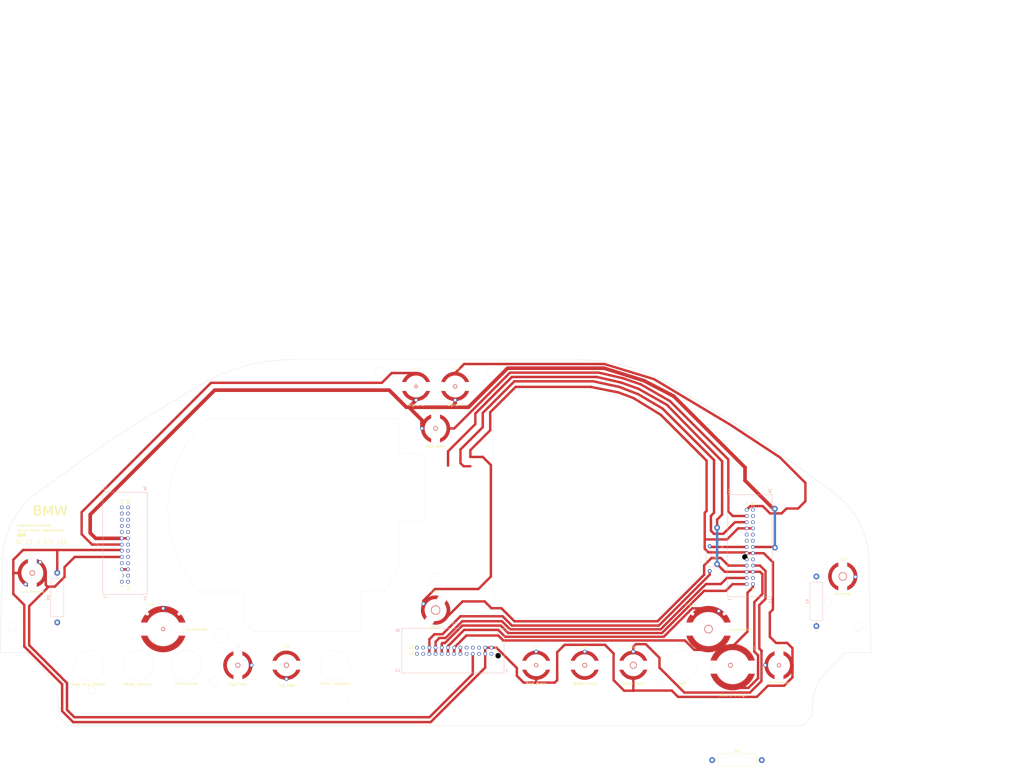
<source format=kicad_pcb>
(kicad_pcb (version 20241229) (generator "pcbnew") (generator_version "9.0")
  (layers (0 "F.Cu" signal) (2 "B.Cu" signal) (13 "F.Paste" user) (15 "B.Paste" user) (5 "F.SilkS" user "F.Silkscreen") (7 "B.SilkS" user "B.Silkscreen") (1 "F.Mask" user) (3 "B.Mask" user) (25 "Edge.Cuts" user))
  (net 0 "")
  (net 3 "Charge_Ind+")
  (net 5 "SI_RST")
  (net 6 "Charge_ind-")
  (net 7 "Fuel_rate_input")
  (net 8 "START")
  (net 9 "Oil_pressure_ind-")
  (net 10 "GNDPWR")
  (net 11 "Eng_temp_sensor")
  (net 12 "Check_Control_ind")
  (net 13 "+12 T30")
  (net 14 "RH_ind")
  (net 16 "Brake_wear_sig+")
  (net 17 "RAW_RPM_input")
  (net 18 "High_beam_ind")
  (net 19 "Overheat_ind-")
  (net 22 "+12 T15")
  (net 25 "Rear_fog_ind+")
  (net 29 "Wheel_spd_input")
  (net 30 "Illum-")
  (net 31 "Fog_ind+")
  (net 33 "Fuel_level")
  (net 34 "Illum+")
  (net 35 "LH_ind")
  (net 36 "Park_brake_ind-")
  (net 37 "+12 T15_ACC")
  (net 38 "Low_Fuel_ind-")
  (net 39 "+5V")
  (net 42 "Brake_wear_sig-")
  (net 43 "Wheel_spd_output")
  (net 45 "Engine_spd_input")
  (net 50 "Brake_wear_ind+")
  (net 51 "Brake_fluid_ind-")
  (net 52 "Net-(U1-Vcc)")
  (net 53 "Net-(U2-Vcc)")
  (footprint "BMW_Connectors:2821MF" (layer "F.Cu") (at 319.786 173.4 -90)
    (property "Reference" "LA13b1")
    (property "Value" "Illumination")
    (fp_line (start -2.2 8.228844) (end -2.20246 6.115486) (stroke (width 0.05)) (layer "Edge.Cuts"))
    (fp_line (start 2.2 8.228844) (end 2.20246 6.115486) (stroke (width 0.05)) (layer "Edge.Cuts"))
    (fp_line (start 2.20246 -6.115486) (end 2.2 -8.228844) (stroke (width 0.05)) (layer "Edge.Cuts"))
    (fp_line (start -2.2 -8.228844) (end -2.20246 -6.115486) (stroke (width 0.05)) (layer "Edge.Cuts"))
    (fp_arc (start 2.2 8.228844) (mid 0 8.517856) (end -2.2 8.228844) (stroke (width 0.05)) (layer "Edge.Cuts"))
    (fp_arc (start -2.20246 6.115486) (mid -6.5 0) (end -2.20246 -6.115486) (stroke (width 0.05)) (layer "Edge.Cuts"))
    (fp_arc (start 2.20246 -6.115486) (mid 6.5 0) (end 2.20246 6.115486) (stroke (width 0.05)) (layer "Edge.Cuts"))
    (fp_arc (start -2.2 -8.228844) (mid 0 -8.517856) (end 2.2 -8.228844) (stroke (width 0.05)) (layer "Edge.Cuts"))
    (fp_poly (pts (xy -13.2 -1.5) (xy -10.2 -1.5) (xy -10.2 1.5) (xy -13.2 1.5)) (stroke (width 0.05)) (fill no) (layer "Edge.Cuts"))
  )
  (footprint "BMW_Connectors:2721MF" (layer "F.Cu") (at 348.7 188.2 90)
    (property "Reference" "LA12")
    (property "Value" "Oil Pressure")
    (fp_line (start 4.026215 -1.5) (end 5.806544 -1.5) (stroke (width 0.05)) (layer "Edge.Cuts"))
    (fp_line (start -4.026215 -1.5) (end -5.806544 -1.5) (stroke (width 0.05)) (layer "Edge.Cuts"))
    (fp_line (start 4.026215 1.5) (end 5.806544 1.5) (stroke (width 0.05)) (layer "Edge.Cuts"))
    (fp_line (start -4.026215 1.5) (end -5.806544 1.5) (stroke (width 0.05)) (layer "Edge.Cuts"))
    (fp_arc (start 5.806544 -1.5) (mid 5.997162 0) (end 5.806544 1.5) (stroke (width 0.05)) (layer "Edge.Cuts"))
    (fp_arc (start -4.026215 -1.5) (mid 0 -4.296558) (end 4.026215 -1.5) (stroke (width 0.05)) (layer "Edge.Cuts"))
    (fp_arc (start 4.026215 1.5) (mid 0 4.296558) (end -4.026215 1.5) (stroke (width 0.05)) (layer "Edge.Cuts"))
    (fp_arc (start -5.806544 1.5) (mid -5.997162 0) (end -5.806544 -1.5) (stroke (width 0.05)) (layer "Edge.Cuts"))
  )
  (footprint "BMW_Connectors:2821MF" (layer "F.Cu") (at 96.4 173.4 -90)
    (property "Reference" "LA13a1")
    (property "Value" "Illumination")
    (fp_line (start -2.2 8.228844) (end -2.20246 6.115486) (stroke (width 0.05)) (layer "Edge.Cuts"))
    (fp_line (start 2.2 8.228844) (end 2.20246 6.115486) (stroke (width 0.05)) (layer "Edge.Cuts"))
    (fp_line (start 2.20246 -6.115486) (end 2.2 -8.228844) (stroke (width 0.05)) (layer "Edge.Cuts"))
    (fp_line (start -2.2 -8.228844) (end -2.20246 -6.115486) (stroke (width 0.05)) (layer "Edge.Cuts"))
    (fp_arc (start 2.2 8.228844) (mid 0 8.517856) (end -2.2 8.228844) (stroke (width 0.05)) (layer "Edge.Cuts"))
    (fp_arc (start -2.20246 6.115486) (mid -6.5 0) (end -2.20246 -6.115486) (stroke (width 0.05)) (layer "Edge.Cuts"))
    (fp_arc (start 2.20246 -6.115486) (mid 6.5 0) (end 2.20246 6.115486) (stroke (width 0.05)) (layer "Edge.Cuts"))
    (fp_arc (start -2.2 -8.228844) (mid 0 -8.517856) (end 2.2 -8.228844) (stroke (width 0.05)) (layer "Edge.Cuts"))
    (fp_poly (pts (xy -13.2 -1.5) (xy -10.2 -1.5) (xy -10.2 1.5) (xy -13.2 1.5)) (stroke (width 0.05)) (fill no) (layer "Edge.Cuts"))
  )
  (footprint "BMW_Connectors:2721MF" (layer "F.Cu") (at 200 74)
    (property "Reference" "LA16")
    (property "Value" "Signal L")
    (fp_line (start -4.026215 -1.5) (end -5.806544 -1.5) (stroke (width 0.05)) (layer "Edge.Cuts"))
    (fp_line (start -4.026215 1.5) (end -5.806544 1.5) (stroke (width 0.05)) (layer "Edge.Cuts"))
    (fp_line (start 4.026215 -1.5) (end 5.806544 -1.5) (stroke (width 0.05)) (layer "Edge.Cuts"))
    (fp_line (start 4.026215 1.5) (end 5.806544 1.5) (stroke (width 0.05)) (layer "Edge.Cuts"))
    (fp_arc (start -5.806544 1.5) (mid -5.997162 0) (end -5.806544 -1.5) (stroke (width 0.05)) (layer "Edge.Cuts"))
    (fp_arc (start -4.026215 -1.5) (mid 0 -4.296558) (end 4.026215 -1.5) (stroke (width 0.05)) (layer "Edge.Cuts"))
    (fp_arc (start 4.026215 1.5) (mid 0 4.296558) (end -4.026215 1.5) (stroke (width 0.05)) (layer "Edge.Cuts"))
    (fp_arc (start 5.806544 -1.5) (mid 5.997162 0) (end 5.806544 1.5) (stroke (width 0.05)) (layer "Edge.Cuts"))
  )
  (footprint "BMW_Connectors:2721MF" (layer "F.Cu") (at 269.1 188.2)
    (property "Reference" "LA8")
    (property "Value" "Brake Lining")
    (fp_line (start -4.026215 -1.5) (end -5.806544 -1.5) (stroke (width 0.05)) (layer "Edge.Cuts"))
    (fp_line (start -4.026215 1.5) (end -5.806544 1.5) (stroke (width 0.05)) (layer "Edge.Cuts"))
    (fp_line (start 4.026215 -1.5) (end 5.806544 -1.5) (stroke (width 0.05)) (layer "Edge.Cuts"))
    (fp_line (start 4.026215 1.5) (end 5.806544 1.5) (stroke (width 0.05)) (layer "Edge.Cuts"))
    (fp_arc (start -5.806544 1.5) (mid -5.997162 0) (end -5.806544 -1.5) (stroke (width 0.05)) (layer "Edge.Cuts"))
    (fp_arc (start -4.026215 -1.5) (mid 0 -4.296558) (end 4.026215 -1.5) (stroke (width 0.05)) (layer "Edge.Cuts"))
    (fp_arc (start 4.026215 1.5) (mid 0 4.296558) (end -4.026215 1.5) (stroke (width 0.05)) (layer "Edge.Cuts"))
    (fp_arc (start 5.806544 -1.5) (mid 5.997162 0) (end 5.806544 1.5) (stroke (width 0.05)) (layer "Edge.Cuts"))
  )
  (footprint "BMW_Connectors:2721MF" (layer "F.Cu") (at 249.2 188.2)
    (property "Reference" "LA7")
    (property "Value" "Park Brake")
    (fp_line (start -4.026215 -1.5) (end -5.806544 -1.5) (stroke (width 0.05)) (layer "Edge.Cuts"))
    (fp_line (start -4.026215 1.5) (end -5.806544 1.5) (stroke (width 0.05)) (layer "Edge.Cuts"))
    (fp_line (start 4.026215 -1.5) (end 5.806544 -1.5) (stroke (width 0.05)) (layer "Edge.Cuts"))
    (fp_line (start 4.026215 1.5) (end 5.806544 1.5) (stroke (width 0.05)) (layer "Edge.Cuts"))
    (fp_arc (start -5.806544 1.5) (mid -5.997162 0) (end -5.806544 -1.5) (stroke (width 0.05)) (layer "Edge.Cuts"))
    (fp_arc (start -4.026215 -1.5) (mid 0 -4.296558) (end 4.026215 -1.5) (stroke (width 0.05)) (layer "Edge.Cuts"))
    (fp_arc (start 4.026215 1.5) (mid 0 4.296558) (end -4.026215 1.5) (stroke (width 0.05)) (layer "Edge.Cuts"))
    (fp_arc (start 5.806544 -1.5) (mid 5.997162 0) (end 5.806544 1.5) (stroke (width 0.05)) (layer "Edge.Cuts"))
  )
  (footprint "BMW_Connectors:2721MF" (layer "F.Cu") (at 289 188.2)
    (property "Reference" "LA9")
    (property "Value" "Brake Fluid")
    (fp_line (start -4.026215 -1.5) (end -5.806544 -1.5) (stroke (width 0.05)) (layer "Edge.Cuts"))
    (fp_line (start -4.026215 1.5) (end -5.806544 1.5) (stroke (width 0.05)) (layer "Edge.Cuts"))
    (fp_line (start 4.026215 -1.5) (end 5.806544 -1.5) (stroke (width 0.05)) (layer "Edge.Cuts"))
    (fp_line (start 4.026215 1.5) (end 5.806544 1.5) (stroke (width 0.05)) (layer "Edge.Cuts"))
    (fp_arc (start -5.806544 1.5) (mid -5.997162 0) (end -5.806544 -1.5) (stroke (width 0.05)) (layer "Edge.Cuts"))
    (fp_arc (start -4.026215 -1.5) (mid 0 -4.296558) (end 4.026215 -1.5) (stroke (width 0.05)) (layer "Edge.Cuts"))
    (fp_arc (start 4.026215 1.5) (mid 0 4.296558) (end -4.026215 1.5) (stroke (width 0.05)) (layer "Edge.Cuts"))
    (fp_arc (start 5.806544 -1.5) (mid 5.997162 0) (end 5.806544 1.5) (stroke (width 0.05)) (layer "Edge.Cuts"))
  )
  (footprint "BMW_Connectors:2721MF" (layer "F.Cu") (at 146.9 188.2)
    (property "Reference" "LA5")
    (property "Value" "Fog Rear")
    (fp_line (start -4.026215 -1.5) (end -5.806544 -1.5) (stroke (width 0.05)) (layer "Edge.Cuts"))
    (fp_line (start -4.026215 1.5) (end -5.806544 1.5) (stroke (width 0.05)) (layer "Edge.Cuts"))
    (fp_line (start 4.026215 -1.5) (end 5.806544 -1.5) (stroke (width 0.05)) (layer "Edge.Cuts"))
    (fp_line (start 4.026215 1.5) (end 5.806544 1.5) (stroke (width 0.05)) (layer "Edge.Cuts"))
    (fp_arc (start -5.806544 1.5) (mid -5.997162 0) (end -5.806544 -1.5) (stroke (width 0.05)) (layer "Edge.Cuts"))
    (fp_arc (start -4.026215 -1.5) (mid 0 -4.296558) (end 4.026215 -1.5) (stroke (width 0.05)) (layer "Edge.Cuts"))
    (fp_arc (start 4.026215 1.5) (mid 0 4.296558) (end -4.026215 1.5) (stroke (width 0.05)) (layer "Edge.Cuts"))
    (fp_arc (start 5.806544 -1.5) (mid 5.997162 0) (end 5.806544 1.5) (stroke (width 0.05)) (layer "Edge.Cuts"))
  )
  (footprint "BMW_Connectors:2721MF" (layer "F.Cu") (at 208 91.2 90)
    (property "Reference" "LA17")
    (property "Value" "High Beam")
    (fp_line (start 4.026215 -1.5) (end 5.806544 -1.5) (stroke (width 0.05)) (layer "Edge.Cuts"))
    (fp_line (start -4.026215 -1.5) (end -5.806544 -1.5) (stroke (width 0.05)) (layer "Edge.Cuts"))
    (fp_line (start 4.026215 1.5) (end 5.806544 1.5) (stroke (width 0.05)) (layer "Edge.Cuts"))
    (fp_line (start -4.026215 1.5) (end -5.806544 1.5) (stroke (width 0.05)) (layer "Edge.Cuts"))
    (fp_arc (start 5.806544 -1.5) (mid 5.997162 0) (end 5.806544 1.5) (stroke (width 0.05)) (layer "Edge.Cuts"))
    (fp_arc (start -4.026215 -1.5) (mid 0 -4.296558) (end 4.026215 -1.5) (stroke (width 0.05)) (layer "Edge.Cuts"))
    (fp_arc (start 4.026215 1.5) (mid 0 4.296558) (end -4.026215 1.5) (stroke (width 0.05)) (layer "Edge.Cuts"))
    (fp_arc (start -5.806544 1.5) (mid -5.997162 0) (end -5.806544 -1.5) (stroke (width 0.05)) (layer "Edge.Cuts"))
  )
  (footprint "BMW_Connectors:2721MF" (layer "F.Cu") (at 127 188.2 90)
    (property "Reference" "LA4")
    (property "Value" "Fog Front")
    (fp_line (start 4.026215 -1.5) (end 5.806544 -1.5) (stroke (width 0.05)) (layer "Edge.Cuts"))
    (fp_line (start -4.026215 -1.5) (end -5.806544 -1.5) (stroke (width 0.05)) (layer "Edge.Cuts"))
    (fp_line (start 4.026215 1.5) (end 5.806544 1.5) (stroke (width 0.05)) (layer "Edge.Cuts"))
    (fp_line (start -4.026215 1.5) (end -5.806544 1.5) (stroke (width 0.05)) (layer "Edge.Cuts"))
    (fp_arc (start 5.806544 -1.5) (mid 5.997162 0) (end 5.806544 1.5) (stroke (width 0.05)) (layer "Edge.Cuts"))
    (fp_arc (start -4.026215 -1.5) (mid 0 -4.296558) (end 4.026215 -1.5) (stroke (width 0.05)) (layer "Edge.Cuts"))
    (fp_arc (start 4.026215 1.5) (mid 0 4.296558) (end -4.026215 1.5) (stroke (width 0.05)) (layer "Edge.Cuts"))
    (fp_arc (start -5.806544 1.5) (mid -5.997162 0) (end -5.806544 -1.5) (stroke (width 0.05)) (layer "Edge.Cuts"))
  )
  (footprint "BMW_Connectors:2821MF" (layer "F.Cu") (at 329.692 188.976 -90)
    (property "Reference" "LA11")
    (property "Value" "Battery Charge")
    (fp_line (start -2.2 8.228844) (end -2.20246 6.115486) (stroke (width 0.05)) (layer "Edge.Cuts"))
    (fp_line (start 2.2 8.228844) (end 2.20246 6.115486) (stroke (width 0.05)) (layer "Edge.Cuts"))
    (fp_line (start 2.20246 -6.115486) (end 2.2 -8.228844) (stroke (width 0.05)) (layer "Edge.Cuts"))
    (fp_line (start -2.2 -8.228844) (end -2.20246 -6.115486) (stroke (width 0.05)) (layer "Edge.Cuts"))
    (fp_arc (start 2.2 8.228844) (mid 0 8.517856) (end -2.2 8.228844) (stroke (width 0.05)) (layer "Edge.Cuts"))
    (fp_arc (start -2.20246 6.115486) (mid -6.5 0) (end -2.20246 -6.115486) (stroke (width 0.05)) (layer "Edge.Cuts"))
    (fp_arc (start 2.20246 -6.115486) (mid 6.5 0) (end 2.20246 6.115486) (stroke (width 0.05)) (layer "Edge.Cuts"))
    (fp_arc (start -2.2 -8.228844) (mid 0 -8.517856) (end 2.2 -8.228844) (stroke (width 0.05)) (layer "Edge.Cuts"))
  )
  (footprint "Resistor_THT:R_Axial_DIN0516_L15.5mm_D5.0mm_P20.32mm_Horizontal" (layer "F.Cu") (at 321.31 227.076)
    (property "Reference" "R4")
    (property "Value" "51R")
  )
  (footprint "BMW_Connectors:2721MF" (layer "F.Cu") (at 208 165.6 60)
    (property "Reference" "LA15")
    (property "Value" "CHECK")
    (fp_line (start -4.026215 -1.500001) (end -5.806544 -1.5) (stroke (width 0.05)) (layer "Edge.Cuts"))
    (fp_line (start -4.026214 1.5) (end -5.806544 1.5) (stroke (width 0.05)) (layer "Edge.Cuts"))
    (fp_line (start 4.026214 -1.5) (end 5.806544 -1.5) (stroke (width 0.05)) (layer "Edge.Cuts"))
    (fp_line (start 4.026215 1.500001) (end 5.806544 1.5) (stroke (width 0.05)) (layer "Edge.Cuts"))
    (fp_arc (start -4.026215 -1.500001) (mid 0 -4.296558) (end 4.026214 -1.5) (stroke (width 0.05)) (layer "Edge.Cuts"))
    (fp_arc (start -5.806544 1.5) (mid -5.997162 0) (end -5.806544 -1.5) (stroke (width 0.05)) (layer "Edge.Cuts"))
    (fp_arc (start 5.806544 -1.5) (mid 5.997162 0) (end 5.806544 1.5) (stroke (width 0.05)) (layer "Edge.Cuts"))
    (fp_arc (start 4.026215 1.500001) (mid 0 4.296558) (end -4.026214 1.5) (stroke (width 0.05)) (layer "Edge.Cuts"))
  )
  (footprint "BMW_Connectors:2721MF" (layer "F.Cu") (at 42.8 150.4 90)
    (property "Reference" "LA14")
    (property "Value" "Fuel Reserve")
    (fp_line (start 4.026215 -1.5) (end 5.806544 -1.5) (stroke (width 0.05)) (layer "Edge.Cuts"))
    (fp_line (start -4.026215 -1.5) (end -5.806544 -1.5) (stroke (width 0.05)) (layer "Edge.Cuts"))
    (fp_line (start 4.026215 1.5) (end 5.806544 1.5) (stroke (width 0.05)) (layer "Edge.Cuts"))
    (fp_line (start -4.026215 1.5) (end -5.806544 1.5) (stroke (width 0.05)) (layer "Edge.Cuts"))
    (fp_arc (start 5.806544 -1.5) (mid 5.997162 0) (end 5.806544 1.5) (stroke (width 0.05)) (layer "Edge.Cuts"))
    (fp_arc (start -4.026215 -1.5) (mid 0 -4.296558) (end 4.026215 -1.5) (stroke (width 0.05)) (layer "Edge.Cuts"))
    (fp_arc (start 4.026215 1.5) (mid 0 4.296558) (end -4.026215 1.5) (stroke (width 0.05)) (layer "Edge.Cuts"))
    (fp_arc (start -5.806544 1.5) (mid -5.997162 0) (end -5.806544 -1.5) (stroke (width 0.05)) (layer "Edge.Cuts"))
  )
  (footprint "BMW_Connectors:2721MF" (layer "F.Cu") (at 216 74)
    (property "Reference" "LA18")
    (property "Value" "Signal R")
    (fp_line (start -4.026215 -1.5) (end -5.806544 -1.5) (stroke (width 0.05)) (layer "Edge.Cuts"))
    (fp_line (start -4.026215 1.5) (end -5.806544 1.5) (stroke (width 0.05)) (layer "Edge.Cuts"))
    (fp_line (start 4.026215 -1.5) (end 5.806544 -1.5) (stroke (width 0.05)) (layer "Edge.Cuts"))
    (fp_line (start 4.026215 1.5) (end 5.806544 1.5) (stroke (width 0.05)) (layer "Edge.Cuts"))
    (fp_arc (start -5.806544 1.5) (mid -5.997162 0) (end -5.806544 -1.5) (stroke (width 0.05)) (layer "Edge.Cuts"))
    (fp_arc (start -4.026215 -1.5) (mid 0 -4.296558) (end 4.026215 -1.5) (stroke (width 0.05)) (layer "Edge.Cuts"))
    (fp_arc (start 4.026215 1.5) (mid 0 4.296558) (end -4.026215 1.5) (stroke (width 0.05)) (layer "Edge.Cuts"))
    (fp_arc (start 5.806544 -1.5) (mid 5.997162 0) (end 5.806544 1.5) (stroke (width 0.05)) (layer "Edge.Cuts"))
  )
  (footprint "BMW_Connectors:2721MF" (layer "F.Cu") (at 374.8 151.8 90)
    (property "Reference" "LA20")
    (property "Value" "Overheat")
    (fp_line (start 4.026215 -1.5) (end 5.806544 -1.5) (stroke (width 0.05)) (layer "Edge.Cuts"))
    (fp_line (start -4.026215 -1.5) (end -5.806544 -1.5) (stroke (width 0.05)) (layer "Edge.Cuts"))
    (fp_line (start 4.026215 1.5) (end 5.806544 1.5) (stroke (width 0.05)) (layer "Edge.Cuts"))
    (fp_line (start -4.026215 1.5) (end -5.806544 1.5) (stroke (width 0.05)) (layer "Edge.Cuts"))
    (fp_arc (start 5.806544 -1.5) (mid 5.997162 0) (end 5.806544 1.5) (stroke (width 0.05)) (layer "Edge.Cuts"))
    (fp_arc (start -4.026215 -1.5) (mid 0 -4.296558) (end 4.026215 -1.5) (stroke (width 0.05)) (layer "Edge.Cuts"))
    (fp_arc (start 4.026215 1.5) (mid 0 4.296558) (end -4.026215 1.5) (stroke (width 0.05)) (layer "Edge.Cuts"))
    (fp_arc (start -5.806544 1.5) (mid -5.997162 0) (end -5.806544 -1.5) (stroke (width 0.05)) (layer "Edge.Cuts"))
  )
  (footprint "BMW_Connectors:TE_827881-2" (layer "B.Cu") (at 80.5 138.76 -90)
    (property "Reference" "J2")
    (property "Value" "C2 - White Connector")
  )
  (footprint "BMW_Connectors:TE_827881-1" (layer "B.Cu") (at 215.62 182.5)
    (property "Reference" "J3")
    (property "Value" "C3 - Yellow Connector")
  )
  (footprint "BMW_Connectors:TE_827881-3" (layer "B.Cu") (at 336.5 139.76 -90)
    (property "Reference" "J1")
    (property "Value" "C1 - Blue Connector")
  )
  (footprint "Resistor_THT:R_Axial_DIN0516_L15.5mm_D5.0mm_P20.32mm_Horizontal" (layer "B.Cu") (at 364 151.84 -90)
    (property "Reference" "R2")
    (property "Value" "68R")
  )
  (footprint "Resistor_THT:R_Axial_DIN0516_L15.5mm_D5.0mm_P20.32mm_Horizontal" (layer "B.Cu") (at 53 150.34 -90)
    (property "Reference" "R3")
    (property "Value" "68R")
  )
  (footprint "Resistor_THT:R_Axial_DIN0207_L6.3mm_D2.5mm_P10.16mm_Horizontal" (layer "B.Cu") (at 320.294 149.606 90)
    (property "Reference" "R1")
    (property "Value" "16k")
  )
  (gr_circle (center 200 74) (end 199.930428 74.617072) (stroke (width 0.2)) (fill no) (layer "F.Cu") (net 37))
  (gr_circle (center 249.2 188.2) (end 249.460428 188.917072) (stroke (width 0.2)) (fill no) (layer "F.Cu"))
  (gr_circle (center 96.4 173.4) (end 97.060428 173.677072) (stroke (width 0.2)) (fill no) (layer "F.Cu"))
  (gr_circle (center 146.9 188.2) (end 147.860428 188.2) (stroke (width 0.2)) (fill no) (layer "F.Cu"))
  (gr_circle (center 127 188.2) (end 127.540428 188.917072) (stroke (width 0.2)) (fill no) (layer "F.Cu"))
  (gr_circle (center 348.7 188.2) (end 348.520428 188.917072) (stroke (width 0.2)) (fill no) (layer "F.Cu"))
  (gr_circle (center 319.8 173.4) (end 319.310428 174.947072) (stroke (width 0.2)) (fill no) (layer "F.Cu") (net 30))
  (gr_circle (center 208 165.6) (end 207.550428 167.327072) (stroke (width 0.2)) (fill no) (layer "F.Cu"))
  (gr_circle (center 42.8 150.4) (end 43.720428 150.817072) (stroke (width 0.2)) (fill no) (layer "F.Cu"))
  (gr_circle (center 269.1 188.2) (end 269.780428 187.647072) (stroke (width 0.2)) (fill no) (layer "F.Cu"))
  (gr_circle (center 208 91.2) (end 208.820428 91.127072) (stroke (width 0.2)) (fill no) (layer "F.Cu"))
  (gr_circle (center 216 74) (end 216.440428 74.617072) (stroke (width 0.2)) (fill no) (layer "F.Cu") (net 30))
  (gr_circle (center 289 188.2) (end 290.100428 188.917072) (stroke (width 0.2)) (fill no) (layer "F.Cu"))
  (gr_circle (center 374.8 151.8) (end 375.190428 153.357072) (stroke (width 0.2)) (fill no) (layer "F.Cu"))
  (gr_circle (center 328.8 188.2) (end 329.470428 187.647072) (stroke (width 0.2)) (fill no) (layer "F.Cu"))
  (gr_line (start 362.4 204.684271) (end 362.4 209) (stroke (width 0.1)) (layer "Edge.Cuts"))
  (gr_line (start 113.186375 72.489028) (end 92.582938 84.753901) (stroke (width 0.1)) (layer "Edge.Cuts"))
  (gr_arc (start 269.24 75.692) (mid 286.314891 79.411647) (end 300.99 88.9) (stroke (width 0.05)) (layer "Edge.Cuts"))
  (gr_circle (center 47.2 162.4) (end 47.2 160.8) (stroke (width 0.05)) (fill no) (layer "Edge.Cuts"))
  (gr_arc (start 47.742136 190.542136) (mid 52.07758 197.030607) (end 53.6 204.684271) (stroke (width 0.1)) (layer "Edge.Cuts"))
  (gr_line (start 133.35 174.244) (end 129.2 170.2) (stroke (width 0.05)) (layer "Edge.Cuts"))
  (gr_line (start 385.429866 144.803316) (end 386.4 183) (stroke (width 0.1)) (layer "Edge.Cuts"))
  (gr_arc (start 113.186375 72.489028) (mid 130.981144 65.37003) (end 150 63) (stroke (width 0.1)) (layer "Edge.Cuts"))
  (gr_circle (center 381.2 172.4) (end 381.2 170.4) (stroke (width 0.05)) (fill no) (layer "Edge.Cuts"))
  (gr_circle (center 117.05 194.8) (end 117.05 192.8) (stroke (width 0.05)) (fill no) (layer "Edge.Cuts"))
  (gr_arc (start 362.4 204.684271) (mid 363.922417 197.030605) (end 368.257864 190.542136) (stroke (width 0.1)) (layer "Edge.Cuts"))
  (gr_line (start 177.292 157.988) (end 177.292 174.244) (stroke (width 0.05)) (layer "Edge.Cuts"))
  (gr_circle (center 106 188.2) (end 112.2 188.2) (stroke (width 0.05)) (fill no) (layer "Edge.Cuts"))
  (gr_line (start 177.292 157.988) (end 187.198 157.988) (stroke (width 0.05)) (layer "Edge.Cuts"))
  (gr_line (start 193.2 147.8) (end 187.198 157.988) (stroke (width 0.05)) (layer "Edge.Cuts"))
  (gr_line (start 386.4 183) (end 375.8 183) (stroke (width 0.1)) (layer "Edge.Cuts"))
  (gr_line (start 53.6 209) (end 53.6 204.684271) (stroke (width 0.1)) (layer "Edge.Cuts"))
  (gr_circle (center 324.8 92.6) (end 324.8 90.6) (stroke (width 0.05)) (fill no) (layer "Edge.Cuts"))
  (gr_circle (center 67.3 198.482246) (end 67.3 196.882246) (stroke (width 0.05)) (fill no) (layer "Edge.Cuts"))
  (gr_line (start 231.648 159.661) (end 240.851223 168.91) (stroke (width 0.05)) (layer "Edge.Cuts"))
  (gr_line (start 362.4 209) (end 358.4 213) (stroke (width 0.1)) (layer "Edge.Cuts"))
  (gr_line (start 316.484 104.394) (end 300.99 88.9) (stroke (width 0.05)) (layer "Edge.Cuts"))
  (gr_arc (start 30.570134 144.803316) (mid 34.435602 129.683118) (end 44.489178 117.74629) (stroke (width 0.1)) (layer "Edge.Cuts"))
  (gr_line (start 269.239986 75.692) (end 241.046 75.692) (stroke (width 0.05)) (layer "Edge.Cuts"))
  (gr_line (start 193.2 129.4) (end 193.2 147.8) (stroke (width 0.05)) (layer "Edge.Cuts"))
  (gr_line (start 129.2 158.2) (end 129.2 170.2) (stroke (width 0.05)) (layer "Edge.Cuts"))
  (gr_arc (start 201.8 101.6) (mid 203.214214 102.185786) (end 203.8 103.6) (stroke (width 0.05)) (layer "Edge.Cuts"))
  (gr_line (start 150 63.000001) (end 266 63) (stroke (width 0.05)) (layer "Edge.Cuts"))
  (gr_circle (center 66 188.2) (end 72.2 188.2) (stroke (width 0.05)) (fill no) (layer "Edge.Cuts"))
  (gr_line (start 375.8 183) (end 368.257864 190.542136) (stroke (width 0.1)) (layer "Edge.Cuts"))
  (gr_line (start 64.213692 103.48415) (end 44.489178 117.74629) (stroke (width 0.1)) (layer "Edge.Cuts"))
  (gr_circle (center 308.9 188.2) (end 315.1 188.2) (stroke (width 0.05)) (fill no) (layer "Edge.Cuts"))
  (gr_line (start 29.6 183) (end 40.2 183) (stroke (width 0.1)) (layer "Edge.Cuts"))
  (gr_circle (center 166.8 188.2) (end 173 188.2) (stroke (width 0.05)) (fill no) (layer "Edge.Cuts"))
  (gr_line (start 30.570134 144.803316) (end 29.6 183) (stroke (width 0.1)) (layer "Edge.Cuts"))
  (gr_line (start 57.6 213) (end 358.4 213) (stroke (width 0.1)) (layer "Edge.Cuts"))
  (gr_arc (start 266 63) (mid 285.018855 65.370033) (end 302.813625 72.489028) (stroke (width 0.1)) (layer "Edge.Cuts"))
  (gr_circle (center 185 67.8) (end 185 65.8) (stroke (width 0.05)) (fill no) (layer "Edge.Cuts"))
  (gr_circle (center 231 67.8) (end 231 65.8) (stroke (width 0.05)) (fill no) (layer "Edge.Cuts"))
  (gr_circle (center 86 188.2) (end 92.2 188.2) (stroke (width 0.05)) (fill no) (layer "Edge.Cuts"))
  (gr_circle (center 34.8 172.4) (end 34.8 170.4) (stroke (width 0.05)) (fill no) (layer "Edge.Cuts"))
  (gr_arc (start 323.417062 84.753901) (mid 337.800752 93.817514) (end 351.786308 103.48415) (stroke (width 0.1)) (layer "Edge.Cuts"))
  (gr_line (start 193.4 89) (end 193.4 101.6) (stroke (width 0.05)) (layer "Edge.Cuts"))
  (gr_arc (start 203.8 127.4) (mid 203.214225 128.814241) (end 201.8 129.4) (stroke (width 0.05)) (layer "Edge.Cuts"))
  (gr_circle (center 170.4 201.2) (end 170.4 199.2) (stroke (width 0.05)) (fill no) (layer "Edge.Cuts"))
  (gr_line (start 193.4 101.6) (end 201.8 101.6) (stroke (width 0.05)) (layer "Edge.Cuts"))
  (gr_line (start 298.704 168.91) (end 316.484 151.13) (stroke (width 0.05)) (layer "Edge.Cuts"))
  (gr_line (start 231.648 159.661) (end 231.648 85.09) (stroke (width 0.05)) (layer "Edge.Cuts"))
  (gr_line (start 351.786308 103.48415) (end 371.510822 117.74629) (stroke (width 0.1)) (layer "Edge.Cuts"))
  (gr_arc (start 371.510822 117.74629) (mid 381.56439 129.68312) (end 385.429866 144.803316) (stroke (width 0.1)) (layer "Edge.Cuts"))
  (gr_arc (start 64.213692 103.48415) (mid 78.199249 93.817516) (end 92.582938 84.753901) (stroke (width 0.1)) (layer "Edge.Cuts"))
  (gr_line (start 203.8 103.6) (end 203.8 127.4) (stroke (width 0.05)) (layer "Edge.Cuts"))
  (gr_circle (center 368.8 162.4) (end 368.8 160.8) (stroke (width 0.05)) (fill no) (layer "Edge.Cuts"))
  (gr_circle (center 91.2 92.6) (end 91.2 90.6) (stroke (width 0.05)) (fill no) (layer "Edge.Cuts"))
  (gr_line (start 240.851223 168.91) (end 298.704 168.91) (stroke (width 0.05)) (layer "Edge.Cuts"))
  (gr_line (start 201.8 129.4) (end 193.2 129.4) (stroke (width 0.05)) (layer "Edge.Cuts"))
  (gr_circle (center 120 176.2) (end 120 173.2) (stroke (width 0.05)) (fill no) (layer "Edge.Cuts"))
  (gr_line (start 316.484 151.13) (end 316.484 104.394) (stroke (width 0.05)) (layer "Edge.Cuts"))
  (gr_line (start 191.4 87) (end 114.73328 87) (stroke (width 0.05)) (layer "Edge.Cuts"))
  (gr_line (start 177.292 174.244) (end 133.35 174.244) (stroke (width 0.05)) (layer "Edge.Cuts"))
  (gr_arc (start 191.4 87) (mid 192.814207 87.585794) (end 193.4 89) (stroke (width 0.05)) (layer "Edge.Cuts"))
  (gr_line (start 53.6 209) (end 57.6 213) (stroke (width 0.1)) (layer "Edge.Cuts"))
  (gr_line (start 241.046 75.692) (end 231.648 85.09) (stroke (width 0.05)) (layer "Edge.Cuts"))
  (gr_circle (center 208 152.2) (end 208 150.2) (stroke (width 0.05)) (fill no) (layer "Edge.Cuts"))
  (gr_line (start 40.2 183) (end 47.742136 190.542136) (stroke (width 0.1)) (layer "Edge.Cuts"))
  (gr_line (start 302.813625 72.489028) (end 323.417062 84.753901) (stroke (width 0.1)) (layer "Edge.Cuts"))
  (gr_arc (start 111.4 158.2) (mid 98.417726 121.9142) (end 114.73328 87) (stroke (width 0.05)) (layer "Edge.Cuts"))
  (gr_circle (center 298.95 194.8) (end 298.95 192.8) (stroke (width 0.05)) (fill no) (layer "Edge.Cuts"))
  (gr_circle (center 245.6 201.2) (end 245.6 199.2) (stroke (width 0.05)) (fill no) (layer "Edge.Cuts"))
  (gr_line (start 129.2 158.2) (end 111.4 158.2) (stroke (width 0.05)) (layer "Edge.Cuts"))
  (gr_text "Nexus board replacement" (at 36.5 133.5 0) (layer "F.SilkS") (effects (font (size 1 1)) (justify left bottom)))
  (gr_text "ABS" (at 309 195.7 0) (layer "F.SilkS") (effects (font (size 1 1) (thickness 0.15) (bold yes))))
  (gr_text "E 30" (at 36.5 135.5 0) (layer "F.SilkS" knockout) (effects (font (size 1 1)) (justify left bottom)))
  (gr_text "Transmission" (at 106 195.7 0) (layer "F.SilkS") (effects (font (size 1 1) (thickness 0.15) (bold yes))))
  (gr_text "Glow plug [Diesel]" (at 66 196 0) (layer "F.SilkS") (effects (font (size 1 1) (thickness 0.15) (bold yes))))
  (gr_text "Trailer indicators" (at 166.8 195.7 0) (layer "F.SilkS") (effects (font (size 1 1) (thickness 0.15) (bold yes))))
  (gr_text "62 11-1 372 255" (at 36 138.5 0) (layer "F.SilkS") (effects (font (size 1.5 1.5)) (justify left bottom)))
  (gr_text "Ready [Diesel]" (at 86 196 0) (layer "F.SilkS") (effects (font (size 1 1) (thickness 0.15) (bold yes))))
  (gr_text "Instrument cluster" (at 36.5 131.5 0) (layer "F.SilkS") (effects (font (size 1 1)) (justify left bottom)))
  (gr_text "BMW" (at 43 127.5 0) (layer "F.SilkS") (effects (font (size 4 4) (thickness 0.1)) (justify left bottom)))
  (segment (start 338 156.284) (end 335.788 158.496) (width 1) (layer "F.Cu") (net 3))
  (segment (start 335.788 158.496) (end 335.788 174.38) (width 1) (layer "F.Cu") (net 3))
  (segment (start 335.788 174.38) (end 329.692 180.476) (width 1) (layer "F.Cu") (net 3))
  (segment (start 338 155) (end 338 156.284) (width 1) (layer "F.Cu") (net 3))
  (segment (start 291.084 74.93) (end 283.972 72.39) (width 1) (layer "F.Cu") (net 6))
  (segment (start 338 149.92) (end 335.46 149.92) (width 1) (layer "F.Cu") (net 6))
  (segment (start 224.282 89.154) (end 224.282 89.408) (width 1) (layer "F.Cu") (net 6))
  (segment (start 224.282 85.09) (end 224.282 89.154) (width 1) (layer "F.Cu") (net 6))
  (segment (start 213.106 100.584) (end 213.106 106.426) (width 1) (layer "F.Cu") (net 6))
  (segment (start 224.536 84.836) (end 224.282 85.09) (width 1) (layer "F.Cu") (net 6))
  (segment (start 340.928 149.92) (end 341.884 150.876) (width 1) (layer "F.Cu") (net 6))
  (segment (start 340.106 184.15) (end 340.106 193.548) (width 1) (layer "F.Cu") (net 6))
  (segment (start 326.45 149.92) (end 323.342 146.812) (width 1) (layer "F.Cu") (net 6))
  (segment (start 274.066 70.104) (end 239.268 70.104) (width 1) (layer "F.Cu") (net 6))
  (segment (start 340.106 193.548) (end 336.178 197.476) (width 1) (layer "F.Cu") (net 6))
  (segment (start 302.768 81.534) (end 291.084 74.93) (width 1) (layer "F.Cu") (net 6))
  (segment (start 325.374 126.492) (end 325.374 104.648) (width 1) (layer "F.Cu") (net 6))
  (segment (start 338.582 182.626) (end 340.106 184.15) (width 1) (layer "F.Cu") (net 6))
  (segment (start 338 149.92) (end 340.928 149.92) (width 1) (layer "F.Cu") (net 6))
  (segment (start 283.972 72.39) (end 274.066 70.104) (width 1) (layer "F.Cu") (net 6))
  (segment (start 325.374 104.648) (end 302.768 81.534) (width 1) (layer "F.Cu") (net 6))
  (segment (start 335.46 149.92) (end 326.45 149.92) (width 1) (layer "F.Cu") (net 6))
  (segment (start 213.36 100.33) (end 213.106 100.584) (width 1) (layer "F.Cu") (net 6))
  (segment (start 323.342 131.826) (end 323.342 128.524) (width 1) (layer "F.Cu") (net 6))
  (segment (start 224.282 89.408) (end 213.36 100.33) (width 1) (layer "F.Cu") (net 6))
  (segment (start 338.582 162.306) (end 338.582 182.626) (width 1) (layer "F.Cu") (net 6))
  (segment (start 323.342 128.524) (end 325.374 126.492) (width 1) (layer "F.Cu") (net 6))
  (segment (start 341.884 159.004) (end 338.582 162.306) (width 1) (layer "F.Cu") (net 6))
  (segment (start 341.884 150.876) (end 341.884 159.004) (width 1) (layer "F.Cu") (net 6))
  (segment (start 336.178 197.476) (end 329.692 197.476) (width 1) (layer "F.Cu") (net 6))
  (segment (start 239.268 70.104) (end 224.536 84.836) (width 1) (layer "F.Cu") (net 6))
  (via (at 323.342 146.812) (size 2.4) (drill 1.2) (layers "F.Cu" "B.Cu") (net 6))
  (via (at 323.342 131.826) (size 2.4) (drill 1.2) (layers "F.Cu" "B.Cu") (net 6))
  (segment (start 323.342 146.812) (end 323.342 131.826) (width 1) (layer "B.Cu") (net 6))
  (segment (start 320.802 127) (end 322.072 125.73) (width 1) (layer "F.Cu") (net 7))
  (segment (start 322.072 125.73) (end 322.072 104.14) (width 1) (layer "F.Cu") (net 7))
  (segment (start 227.33 90.678) (end 218.186 99.822) (width 1) (layer "F.Cu") (net 7))
  (segment (start 335.46 129.6) (end 330.648 129.6) (width 1) (layer "F.Cu") (net 7))
  (segment (start 291.084 77.216) (end 283.21 74.168) (width 1) (layer "F.Cu") (net 7))
  (segment (start 325.882 134.366) (end 322.072 134.366) (width 1) (layer "F.Cu") (net 7))
  (segment (start 300.99 83.058) (end 291.084 77.216) (width 1) (layer "F.Cu") (net 7))
  (segment (start 272.542 71.882) (end 240.284 71.882) (width 1) (layer "F.Cu") (net 7))
  (segment (start 330.648 129.6) (end 325.882 134.366) (width 1) (layer "F.Cu") (net 7))
  (segment (start 283.21 74.168) (end 272.542 71.882) (width 1) (layer "F.Cu") (net 7))
  (segment (start 322.072 134.366) (end 320.802 133.096) (width 1) (layer "F.Cu") (net 7))
  (segment (start 219.456 106.68) (end 222.25 106.68) (width 1) (layer "F.Cu") (net 7))
  (segment (start 320.802 133.096) (end 320.802 127) (width 1) (layer "F.Cu") (net 7))
  (segment (start 218.186 99.822) (end 218.186 105.41) (width 1) (layer "F.Cu") (net 7))
  (segment (start 218.186 105.41) (end 219.456 106.68) (width 1) (layer "F.Cu") (net 7))
  (segment (start 240.284 71.882) (end 227.33 84.836) (width 1) (layer "F.Cu") (net 7))
  (segment (start 227.33 84.836) (end 227.33 90.678) (width 1) (layer "F.Cu") (net 7))
  (segment (start 322.072 104.14) (end 300.99 83.058) (width 1) (layer "F.Cu") (net 7))
  (segment (start 210.54 183.54) (end 210.54 181) (width 1) (layer "F.Cu") (net 8))
  (segment (start 237.744 175.006) (end 234.696 171.958) (width 1) (layer "F.Cu") (net 8))
  (segment (start 211.836 179.07) (end 210.82 179.07) (width 1) (layer "F.Cu") (net 8))
  (segment (start 218.948 171.958) (end 211.836 179.07) (width 1) (layer "F.Cu") (net 8))
  (segment (start 326.898 157.734) (end 318.008 157.734) (width 1) (layer "F.Cu") (net 8))
  (segment (start 318.008 157.734) (end 300.736 175.006) (width 1) (layer "F.Cu") (net 8))
  (segment (start 210.54 179.35) (end 210.54 181) (width 1) (layer "F.Cu") (net 8))
  (segment (start 300.736 175.006) (end 237.744 175.006) (width 1) (layer "F.Cu") (net 8))
  (segment (start 210.82 179.07) (end 210.54 179.35) (width 1) (layer "F.Cu") (net 8))
  (segment (start 335.46 155) (end 329.632 155) (width 1) (layer "F.Cu") (net 8))
  (segment (start 234.696 171.958) (end 218.948 171.958) (width 1) (layer "F.Cu") (net 8))
  (segment (start 329.632 155) (end 326.898 157.734) (width 1) (layer "F.Cu") (net 8))
  (via blind (at 343 188.196644) (size 1.6) (drill 1) (layers "F.Cu" "B.Cu") (net 9))
  (segment (start 334.772 107.169609) (end 313.5 85.897609) (width 1.5) (layer "F.Cu") (net 10))
  (segment (start 338 139.76) (end 346.76 139.76) (width 1) (layer "F.Cu") (net 10))
  (segment (start 215.996644 81.003356) (end 214.5 82.5) (width 1.5) (layer "F.Cu") (net 10))
  (segment (start 202.432762 91.164737) (end 202.432762 87.836973) (width 1.5) (layer "F.Cu") (net 10))
  (segment (start 346.76 139.76) (end 347 140) (width 1) (layer "F.Cu") (net 10))
  (segment (start 221.5 82.5) (end 214.5 82.5) (width 1.5) (layer "F.Cu") (net 10))
  (segment (start 202.432762 87.836973) (end 197.095789 82.5) (width 1.5) (layer "F.Cu") (net 10))
  (segment (start 196 82.5) (end 197.095789 82.5) (width 1.5) (layer "F.Cu") (net 10))
  (segment (start 305.562 77.978) (end 293.37 71.628) (width 1.5) (layer "F.Cu") (net 10))
  (segment (start 347 124.1) (end 346.35 124.1) (width 1.5) (layer "F.Cu") (net 10))
  (segment (start 346.35 124.1) (end 334.772 112.522) (width 1.5) (layer "F.Cu") (net 10))
  (segment (start 202.400855 91.196644) (end 202.432762 91.164737) (width 1.5) (layer "F.Cu") (net 10))
  (segment (start 79.46 136.22) (end 68.72 136.22) (width 1.5) (layer "F.Cu") (net 10))
  (segment (start 197.095789 82.5) (end 199.996644 79.599145) (width 1.5) (layer "F.Cu") (net 10))
  (segment (start 82 148.92) (end 79.46 148.92) (width 1) (layer "F.Cu") (net 10))
  (segment (start 215.996644 79.599145) (end 215.996644 81.003356) (width 1.5) (layer "F.Cu") (net 10))
  (segment (start 313.5 85.897609) (end 305.562 77.978) (width 1.5) (layer "F.Cu") (net 10))
  (segment (start 82 136.22) (end 79.46 136.22) (width 1) (layer "F.Cu") (net 10))
  (segment (start 189 75.5) (end 196 82.5) (width 1.5) (layer "F.Cu") (net 10))
  (segment (start 237.5 66.5) (end 221.5 82.5) (width 1.5) (layer "F.Cu") (net 10))
  (segment (start 293.37 71.628) (end 277 66.5) (width 1.5) (layer "F.Cu") (net 10))
  (segment (start 68.72 136.22) (end 66.5 134) (width 1.5) (layer "F.Cu") (net 10))
  (segment (start 117.5 75.5) (end 189 75.5) (width 1.5) (layer "F.Cu") (net 10))
  (segment (start 214.5 82.5) (end 197.095789 82.5) (width 1.5) (layer "F.Cu") (net 10))
  (segment (start 277 66.5) (end 237.5 66.5) (width 1.5) (layer "F.Cu") (net 10))
  (segment (start 334.772 112.522) (end 334.772 107.169609) (width 1.5) (layer "F.Cu") (net 10))
  (segment (start 66.5 126.5) (end 117.5 75.5) (width 1.5) (layer "F.Cu") (net 10))
  (segment (start 66.5 134) (end 66.5 126.5) (width 1.5) (layer "F.Cu") (net 10))
  (via blind (at 132.599145 188.203356) (size 1.6) (drill 1) (layers "F.Cu" "B.Cu") (net 10))
  (via blind (at 215.996644 79.599145) (size 1.6) (drill 1) (layers "F.Cu" "B.Cu") (net 10))
  (via blind (at 202.400855 91.196644) (size 1.6) (drill 1) (layers "F.Cu" "B.Cu") (net 10))
  (via blind (at 199.996644 79.599145) (size 1.6) (drill 1) (layers "F.Cu" "B.Cu") (net 10))
  (via (at 347 140) (size 2.4) (drill 1.2) (layers "F.Cu" "B.Cu") (net 10))
  (via (at 347 124.1) (size 2.4) (drill 1.2) (layers "F.Cu" "B.Cu") (net 10))
  (via blind (at 269.103356 182.600855) (size 1.6) (drill 1) (layers "F.Cu" "B.Cu") (net 10))
  (segment (start 347 140) (end 347 124.1) (width 1) (layer "B.Cu") (net 10))
  (segment (start 298.958 170.18) (end 240.284 170.18) (width 1) (layer "F.Cu") (net 12))
  (segment (start 321.056 144.272) (end 318.008 147.32) (width 1) (layer "F.Cu") (net 12))
  (segment (start 219.06114 162.052) (end 212.76314 168.35) (width 1) (layer "F.Cu") (net 12))
  (segment (start 228.092 162.052) (end 219.06114 162.052) (width 1) (layer "F.Cu") (net 12))
  (segment (start 230.886 164.846) (end 228.092 162.052) (width 1) (layer "F.Cu") (net 12))
  (segment (start 318.008 151.13) (end 298.958 170.18) (width 1) (layer "F.Cu") (net 12))
  (segment (start 234.95 164.846) (end 230.886 164.846) (width 1) (layer "F.Cu") (net 12))
  (segment (start 327.974 147.38) (end 324.866 144.272) (width 1) (layer "F.Cu") (net 12))
  (segment (start 240.284 170.18) (end 234.95 164.846) (width 1) (layer "F.Cu") (net 12))
  (segment (start 335.46 147.38) (end 327.974 147.38) (width 1) (layer "F.Cu") (net 12))
  (segment (start 318.008 147.32) (end 318.008 151.13) (width 1) (layer "F.Cu") (net 12))
  (segment (start 324.866 144.272) (end 321.056 144.272) (width 1) (layer "F.Cu") (net 12))
  (segment (start 235.204 170.18) (end 218.948 170.18) (width 1) (layer "F.Cu") (net 13))
  (segment (start 218.948 170.18) (end 212.09 177.038) (width 1) (layer "F.Cu") (net 13))
  (segment (start 327.346 152.46) (end 324.866 154.94) (width 1) (layer "F.Cu") (net 13))
  (segment (start 238.506 173.482) (end 235.204 170.18) (width 1) (layer "F.Cu") (net 13))
  (segment (start 208 178.588) (end 208 181) (width 1) (layer "F.Cu") (net 13))
  (segment (start 300.228 173.482) (end 238.506 173.482) (width 1) (layer "F.Cu") (net 13))
  (segment (start 209.55 177.038) (end 208 178.588) (width 1) (layer "F.Cu") (net 13))
  (segment (start 208 183.54) (end 208 181) (width 1) (layer "F.Cu") (net 13))
  (segment (start 324.866 154.94) (end 318.77 154.94) (width 1) (layer "F.Cu") (net 13))
  (segment (start 335.46 152.46) (end 327.346 152.46) (width 1) (layer "F.Cu") (net 13))
  (segment (start 318.77 154.94) (end 300.228 173.482) (width 1) (layer "F.Cu") (net 13))
  (segment (start 212.09 177.038) (end 209.55 177.038) (width 1) (layer "F.Cu") (net 13))
  (segment (start 356.5 124) (end 351.75 124) (width 1) (layer "F.Cu") (net 14))
  (segment (start 219.701 64.799) (end 277.08364 64.799) (width 1) (layer "F.Cu") (net 14))
  (segment (start 345 126) (end 342 123) (width 1) (layer "F.Cu") (net 14))
  (segment (start 336.98 123) (end 335.46 124.52) (width 1) (layer "F.Cu") (net 14))
  (segment (start 342 123) (end 336.98 123) (width 1) (layer "F.Cu") (net 14))
  (segment (start 349 103) (end 359.5 113.5) (width 1) (layer "F.Cu") (net 14))
  (segment (start 359.5 113.5) (end 359.5 121) (width 1) (layer "F.Cu") (net 14))
  (segment (start 216 68.5) (end 219.701 64.799) (width 1) (layer "F.Cu") (net 14))
  (segment (start 297.5 71) (end 328.599 89.599) (width 1) (layer "F.Cu") (net 14))
  (segment (start 349.75 126) (end 345 126) (width 1) (layer "F.Cu") (net 14))
  (segment (start 328.599 89.599) (end 349 103) (width 1) (layer "F.Cu") (net 14))
  (segment (start 277.08364 64.799) (end 297.5 71) (width 1) (layer "F.Cu") (net 14))
  (segment (start 359.5 121) (end 356.5 124) (width 1) (layer "F.Cu") (net 14))
  (segment (start 351.75 124) (end 349.75 126) (width 1) (layer "F.Cu") (net 14))
  (segment (start 335.46 139.76) (end 320.608 139.76) (width 1) (layer "F.Cu") (net 17))
  (segment (start 320.608 139.76) (end 320.294 139.446) (width 1) (layer "F.Cu") (net 17))
  (segment (start 213.5 91.2) (end 215.632 91.2) (width 1) (layer "F.Cu") (net 18))
  (segment (start 238.506 68.326) (end 274.828 68.326) (width 1) (layer "F.Cu") (net 18))
  (segment (start 335.46 127.06) (end 335.4 127) (width 0.5) (layer "F.Cu") (net 18))
  (segment (start 327.914 103.886) (end 327.914 125.222) (width 1) (layer "F.Cu") (net 18))
  (segment (start 304.038 80.01) (end 327.914 103.886) (width 1) (layer "F.Cu") (net 18))
  (segment (start 284.734 70.612) (end 292.1 73.152) (width 1) (layer "F.Cu") (net 18))
  (segment (start 329.752 127.06) (end 335.46 127.06) (width 1) (layer "F.Cu") (net 18))
  (segment (start 274.828 68.326) (end 284.734 70.612) (width 1) (layer "F.Cu") (net 18))
  (segment (start 327.914 125.222) (end 329.752 127.06) (width 1) (layer "F.Cu") (net 18))
  (segment (start 292.1 73.152) (end 304.038 80.01) (width 1) (layer "F.Cu") (net 18))
  (segment (start 215.632 91.2) (end 238.506 68.326) (width 1) (layer "F.Cu") (net 18))
  (via blind (at 380 152) (size 1.6) (drill 1) (layers "F.Cu" "B.Cu") (net 19))
  (segment (start 380.100499 151.899501) (end 380.095389 152.004636) (width 1) (layer "B.Cu") (net 19))
  (segment (start 256.794 195.326) (end 248.92 195.326) (width 1) (layer "F.Cu") (net 22))
  (segment (start 35 159) (end 35 150.5) (width 1) (layer "F.Cu") (net 22))
  (segment (start 230.647 151.877) (end 230.647 106.187) (width 1) (layer "F.Cu") (net 22))
  (segment (start 344.932 176.53) (end 344.932 166.624) (width 1) (layer "F.Cu") (net 22))
  (segment (start 285.242 198.628) (end 281.432 194.818) (width 1) (layer "F.Cu") (net 22))
  (segment (start 277.368 179.832) (end 260.858 179.832) (width 1) (layer "F.Cu") (net 22))
  (segment (start 346.202 146.05) (end 342.452 142.3) (width 1) (layer "F.Cu") (net 22))
  (segment (start 335.764639 142.3) (end 335.612319 142.14768) (width 1) (layer "F.Cu") (net 22))
  (segment (start 318.262 136.652) (end 318.262 140.462) (width 1) (layer "F.Cu") (net 22))
  (segment (start 347.472 179.07) (end 344.932 176.53) (width 1) (layer "F.Cu") (net 22))
  (segment (start 342.452 142.3) (end 338 142.3) (width 1) (layer "F.Cu") (net 22))
  (segment (start 39.5 163.5) (end 35 159) (width 1) (layer "F.Cu") (net 22))
  (segment (start 281.432 194.818) (end 280.924 194.31) (width 1) (layer "F.Cu") (net 22))
  (segment (start 55 196) (end 39.5 180.5) (width 1) (layer "F.Cu") (net 22))
  (segment (start 335.46 142.3) (end 335.146 141.986) (width 0.5) (layer "F.Cu") (net 22))
  (segment (start 228.32 183.54) (end 228.32 189.18) (width 1) (layer "F.Cu") (net 22))
  (segment (start 280.924 194.31) (end 280.924 183.642) (width 1) (layer "F.Cu") (net 22))
  (segment (start 257.81 182.88) (end 257.81 193.802) (width 1) (layer "F.Cu") (net 22))
  (segment (start 228.32 181) (end 230.86 181) (width 1) (layer "F.Cu") (net 22))
  (segment (start 257.81 193.802) (end 257.81 194.31) (width 1) (layer "F.Cu") (net 22))
  (segment (start 206 211.5) (end 59.5 211.5) (width 1) (layer "F.Cu") (net 22))
  (segment (start 39 141) (end 35 145) (width 1) (layer "F.Cu") (net 22))
  (segment (start 280.924 183.388) (end 277.368 179.832) (width 1) (layer "F.Cu") (net 22))
  (segment (start 241.3 189.355361) (end 232.944639 181) (width 1) (layer "F.Cu") (net 22))
  (segment (start 39.5 180.5) (end 39.5 163.5) (width 1) (layer "F.Cu") (net 22))
  (segment (start 304.748 198.576) (end 307.34 201.168) (width 1) (layer "F.Cu") (net 22))
  (segment (start 53 150.34) (end 53 141) (width 1) (layer "F.Cu") (net 22))
  (segment (start 344.17 196.596) (end 350.774 196.596) (width 1) (layer "F.Cu") (net 22))
  (segment (start 203 161.744) (end 207.772 156.972) (width 1) (layer "F.Cu") (net 22))
  (segment (start 222.25 102.87) (end 222.25 100.076) (width 1) (layer "F.Cu") (net 22))
  (segment (start 319.786 141.986) (end 335.450639 141.986) (width 1) (layer "F.Cu") (net 22))
  (segment (start 230.378 84.582) (end 240.792 74.168) (width 1) (layer "F.Cu") (net 22))
  (segment (start 257.81 194.31) (end 256.794 195.326) (width 1) (layer "F.Cu") (net 22))
  (segment (start 354.2 181.226) (end 352.044 179.07) (width 1) (layer "F.Cu") (net 22))
  (segment (start 241.3 192.532) (end 241.3 189.355361) (width 1) (layer "F.Cu") (net 22))
  (segment (start 318.262 125.73) (end 318.262 136.652) (width 1) (layer "F.Cu") (net 22))
  (segment (start 280.924 183.642) (end 280.924 183.388) (width 1) (layer "F.Cu") (net 22))
  (segment (start 318.262 140.462) (end 319.786 141.986) (width 1) (layer "F.Cu") (net 22))
  (segment (start 346.202 165.354) (end 346.202 146.05) (width 1) (layer "F.Cu") (net 22))
  (segment (start 244.094 195.326) (end 241.3 192.532) (width 1) (layer "F.Cu") (net 22))
  (segment (start 271.526 74.168) (end 282.956 76.454) (width 1) (layer "F.Cu") (net 22))
  (segment (start 232.944639 181) (end 230.86 181) (width 1) (layer "F.Cu") (net 22))
  (segment (start 331.918 132.14) (end 327.406 136.652) (width 1) (layer "F.Cu") (net 22))
  (segment (start 53 141) (end 79.16 141) (width 1) (layer "F.Cu") (net 22))
  (segment (start 55 207) (end 55 196) (width 1) (layer "F.Cu") (net 22))
  (segment (start 354.2 188.2) (end 354.2 181.226) (width 1) (layer "F.Cu") (net 22))
  (segment (start 228.32 189.18) (end 206 211.5) (width 1) (layer "F.Cu") (net 22))
  (segment (start 227.33 102.87) (end 222.25 102.87) (width 1) (layer "F.Cu") (net 22))
  (segment (start 352.044 179.07) (end 347.472 179.07) (width 1) (layer "F.Cu") (net 22))
  (segment (start 335.46 132.14) (end 331.918 132.14) (width 1) (layer "F.Cu") (net 22))
  (segment (start 260.858 179.832) (end 257.81 182.88) (width 1) (layer "F.Cu") (net 22))
  (segment (start 338 142.3) (end 335.764639 142.3) (width 1) (layer "F.Cu") (net 22))
  (segment (start 307.34 201.168) (end 339.598 201.168) (width 1) (layer "F.Cu") (net 22))
  (segment (start 230.378 91.948) (end 230.378 84.582) (width 1) (layer "F.Cu") (net 22))
  (segment (start 354.2 193.17) (end 354.2 188.2) (width 1) (layer "F.Cu") (net 22))
  (segment (start 339.598 201.168) (end 344.17 196.596) (width 1) (layer "F.Cu") (net 22))
  (segment (start 240.792 74.168) (end 271.526 74.168) (width 1) (layer "F.Cu") (net 22))
  (segment (start 335.450639 141.986) (end 335.61232 142.147681) (width 1) (layer "F.Cu") (net 22))
  (segment (start 289 198.576) (end 304.748 198.576) (width 1) (layer "F.Cu") (net 22))
  (segment (start 289 198.576) (end 289.052 198.628) (width 1) (layer "F.Cu") (net 22))
  (segment (start 230.647 106.187) (end 227.33 102.87) (width 1) (layer "F.Cu") (net 22))
  (segment (start 207.772 156.972) (end 225.552 156.972) (width 1) (layer "F.Cu") (net 22))
  (segment (start 335.46 132.14) (end 338 132.14) (width 1) (layer "F.Cu") (net 22))
  (segment (start 350.774 196.596) (end 354.2 193.17) (width 1) (layer "F.Cu") (net 22))
  (segment (start 289.052 198.628) (end 285.242 198.628) (width 1) (layer "F.Cu") (net 22))
  (segment (start 35 150.5) (end 35.1 150.4) (width 1) (layer "F.Cu") (net 22))
  (segment (start 327.406 136.652) (end 318.262 136.652) (width 1) (layer "F.Cu") (net 22))
  (segment (start 53 141) (end 39 141) (width 1) (layer "F.Cu") (net 22))
  (segment (start 344.932 166.624) (end 346.202 165.354) (width 1) (layer "F.Cu") (net 22))
  (segment (start 35.1 150.4) (end 37.3 150.4) (width 1) (layer "F.Cu") (net 22))
  (segment (start 222.25 100.076) (end 230.378 91.948) (width 1) (layer "F.Cu") (net 22))
  (segment (start 300.228 85.598) (end 319.024 104.394) (width 1) (layer "F.Cu") (net 22))
  (segment (start 335.146 141.986) (end 334.772 141.986) (width 0.5) (layer "F.Cu") (net 22))
  (segment (start 203 163) (end 203 161.744) (width 1) (layer "F.Cu") (net 22))
  (segment (start 79.16 141) (end 79.46 141.3) (width 1) (layer "F.Cu") (net 22))
  (segment (start 319.024 104.394) (end 319.024 124.968) (width 1) (layer "F.Cu") (net 22))
  (segment (start 249.2 193.7) (end 249.2 195.046) (width 1) (layer "F.Cu") (net 22))
  (segment (start 282.956 76.454) (end 289.052 78.74) (width 1) (layer "F.Cu") (net 22))
  (segment (start 289.052 78.74) (end 300.228 85.598) (width 1) (layer "F.Cu") (net 22))
  (segment (start 228.32 183.54) (end 228.32 181) (width 1) (layer "F.Cu") (net 22))
  (segment (start 35 145) (end 35 150.5) (width 1) (layer "F.Cu") (net 22))
  (segment (start 248.92 195.326) (end 244.094 195.326) (width 1) (layer "F.Cu") (net 22))
  (segment (start 289 193.7) (end 289 198.576) (width 1) (layer "F.Cu") (net 22))
  (segment (start 225.552 156.972) (end 230.647 151.877) (width 1) (layer "F.Cu") (net 22))
  (segment (start 59.5 211.5) (end 55 207) (width 1) (layer "F.Cu") (net 22))
  (segment (start 249.2 195.046) (end 248.92 195.326) (width 1) (layer "F.Cu") (net 22))
  (segment (start 319.024 124.968) (end 318.262 125.73) (width 1) (layer "F.Cu") (net 22))
  (via blind (at 40 155) (size 1.6) (drill 1) (layers "F.Cu" "B.Cu") (net 22))
  (via blind (at 203 163) (size 1.6) (drill 1) (layers "F.Cu" "B.Cu") (net 22))
  (via blind (at 146.896644 193.799145) (size 1.6) (drill 1) (layers "F.Cu" "B.Cu") (net 25))
  (segment (start 215.62 181) (end 220.598 176.022) (width 1) (layer "F.Cu") (net 30))
  (segment (start 220.598 176.022) (end 233.68 176.022) (width 1) (layer "F.Cu") (net 30))
  (segment (start 235.712 178.054) (end 310.134 178.054) (width 1) (layer "F.Cu") (net 30))
  (segment (start 313.98 181.9) (end 319.786 181.9) (width 1) (layer "F.Cu") (net 30))
  (segment (start 233.68 176.022) (end 235.712 178.054) (width 1) (layer "F.Cu") (net 30))
  (segment (start 215.62 183.54) (end 215.62 181) (width 1) (layer "F.Cu") (net 30))
  (segment (start 310.134 178.054) (end 313.98 181.9) (width 1) (layer "F.Cu") (net 30))
  (segment (start 301.498 176.53) (end 313.128 164.9) (width 1) (layer "F.Cu") (net 34))
  (segment (start 213.08 181) (end 213.08 180.366) (width 1) (layer "F.Cu") (net 34))
  (segment (start 236.474 176.53) (end 301.498 176.53) (width 1) (layer "F.Cu") (net 34))
  (segment (start 213.08 183.54) (end 213.08 181) (width 1) (layer "F.Cu") (net 34))
  (segment (start 233.68 173.736) (end 236.474 176.53) (width 1) (layer "F.Cu") (net 34))
  (segment (start 313.128 164.9) (end 319.786 164.9) (width 1) (layer "F.Cu") (net 34))
  (segment (start 213.08 180.366) (end 219.71 173.736) (width 1) (layer "F.Cu") (net 34))
  (segment (start 219.71 173.736) (end 233.68 173.736) (width 1) (layer "F.Cu") (net 34))
  (via blind (at 324 166) (size 1.6) (drill 1) (layers "F.Cu" "B.Cu") (net 34))
  (via blind (at 96.4 164.9) (size 1.6) (drill 1) (layers "F.Cu" "B.Cu") (net 34))
  (segment (start 63 125.5) (end 63 134.52) (width 1) (layer "F.Cu") (net 35))
  (segment (start 116 72.5) (end 63 125.5) (width 1) (layer "F.Cu") (net 35))
  (segment (start 200 68.5) (end 190 68.5) (width 1) (layer "F.Cu") (net 35))
  (segment (start 190 68.5) (end 186 72.5) (width 1) (layer "F.Cu") (net 35))
  (segment (start 67.24 138.76) (end 79.46 138.76) (width 1) (layer "F.Cu") (net 35))
  (segment (start 186 72.5) (end 116 72.5) (width 1) (layer "F.Cu") (net 35))
  (segment (start 63 134.52) (end 67.24 138.76) (width 1) (layer "F.Cu") (net 35))
  (segment (start 218.16 183.54) (end 218.16 181) (width 1) (layer "F.Cu") (net 36))
  (via blind (at 249.203356 182.600855) (size 1.6) (drill 1) (layers "F.Cu" "B.Cu") (net 36))
  (segment (start 223.24 191.76) (end 223.24 183.54) (width 1) (layer "F.Cu") (net 38))
  (segment (start 49.5 156) (end 41.5 164) (width 1) (layer "F.Cu") (net 38))
  (segment (start 60.16 143.84) (end 79.46 143.84) (width 1) (layer "F.Cu") (net 38))
  (segment (start 48.3 155.3) (end 49 156) (width 1) (layer "F.Cu") (net 38))
  (segment (start 57 195.5) (end 57 206.5) (width 1) (layer "F.Cu") (net 38))
  (segment (start 57 206.5) (end 60 209.5) (width 1) (layer "F.Cu") (net 38))
  (segment (start 52 156) (end 56 152) (width 1) (layer "F.Cu") (net 38))
  (segment (start 49.5 156) (end 52 156) (width 1) (layer "F.Cu") (net 38))
  (segment (start 49 156) (end 49.5 156) (width 1) (layer "F.Cu") (net 38))
  (segment (start 41.5 180) (end 57 195.5) (width 1) (layer "F.Cu") (net 38))
  (segment (start 205.5 209.5) (end 223.24 191.76) (width 1) (layer "F.Cu") (net 38))
  (segment (start 41.5 164) (end 41.5 180) (width 1) (layer "F.Cu") (net 38))
  (segment (start 79.46 143.84) (end 79.415099 143.795099) (width 0.5) (layer "F.Cu") (net 38))
  (segment (start 56 152) (end 56 148) (width 1) (layer "F.Cu") (net 38))
  (segment (start 48.3 150.4) (end 48.3 155.3) (width 1) (layer "F.Cu") (net 38))
  (segment (start 60 209.5) (end 205.5 209.5) (width 1) (layer "F.Cu") (net 38))
  (segment (start 56 148) (end 60.16 143.84) (width 1) (layer "F.Cu") (net 38))
  (via blind (at 46 146) (size 1.6) (drill 1) (layers "F.Cu" "B.Cu") (net 38))
  (segment (start 320.294 149.606) (end 320.294 151.13) (width 1) (layer "F.Cu") (net 45))
  (segment (start 210.82 175.514) (end 207.518 175.514) (width 1) (layer "F.Cu") (net 45))
  (segment (start 299.466 171.958) (end 239.268 171.958) (width 1) (layer "F.Cu") (net 45))
  (segment (start 218.186 168.148) (end 210.82 175.514) (width 1) (layer "F.Cu") (net 45))
  (segment (start 235.458 168.148) (end 218.186 168.148) (width 1) (layer "F.Cu") (net 45))
  (segment (start 207.518 175.514) (end 205.46 177.572) (width 1) (layer "F.Cu") (net 45))
  (segment (start 205.46 177.572) (end 205.46 181) (width 1) (layer "F.Cu") (net 45))
  (segment (start 320.294 151.13) (end 299.466 171.958) (width 1) (layer "F.Cu") (net 45))
  (segment (start 205.46 183.54) (end 205.46 181) (width 1) (layer "F.Cu") (net 45))
  (segment (start 239.268 171.958) (end 235.458 168.148) (width 1) (layer "F.Cu") (net 45))
  (segment (start 341.499 194.695) (end 336.804 199.39) (width 1) (layer "F.Cu") (net 51))
  (segment (start 299.72 189.203752) (end 299.72 185.166) (width 1) (layer "F.Cu") (net 51))
  (segment (start 299.72 185.166) (end 294.132 179.578) (width 1) (layer "F.Cu") (net 51))
  (segment (start 294.132 179.578) (end 290.068 179.578) (width 1) (layer "F.Cu") (net 51))
  (segment (start 340.614 181.356) (end 341.63 182.372) (width 1) (layer "F.Cu") (net 51))
  (segment (start 309.906248 199.39) (end 299.72 189.203752) (width 1) (layer "F.Cu") (net 51))
  (segment (start 343.154 149.606) (end 343.154 161.036) (width 1) (layer "F.Cu") (net 51))
  (segment (start 341.499 182.503) (end 341.499 194.695) (width 1) (layer "F.Cu") (net 51))
  (segment (start 340.614 163.576) (end 340.614 181.356) (width 1) (layer "F.Cu") (net 51))
  (segment (start 290.068 179.578) (end 289.003356 180.642644) (width 1) (layer "F.Cu") (net 51))
  (segment (start 336.804 199.39) (end 309.906248 199.39) (width 1) (layer "F.Cu") (net 51))
  (segment (start 340.928 147.38) (end 343.154 149.606) (width 1) (layer "F.Cu") (net 51))
  (segment (start 338 147.38) (end 340.928 147.38) (width 1) (layer "F.Cu") (net 51))
  (segment (start 341.63 182.372) (end 341.499 182.503) (width 1) (layer "F.Cu") (net 51))
  (segment (start 289.003356 180.642644) (end 289.003356 182.600855) (width 1) (layer "F.Cu") (net 51))
  (segment (start 343.154 161.036) (end 340.614 163.576) (width 1) (layer "F.Cu") (net 51))
  (via blind (at 289.003356 182.600855) (size 1.6) (drill 1) (layers "F.Cu" "B.Cu") (net 51))
)
</source>
